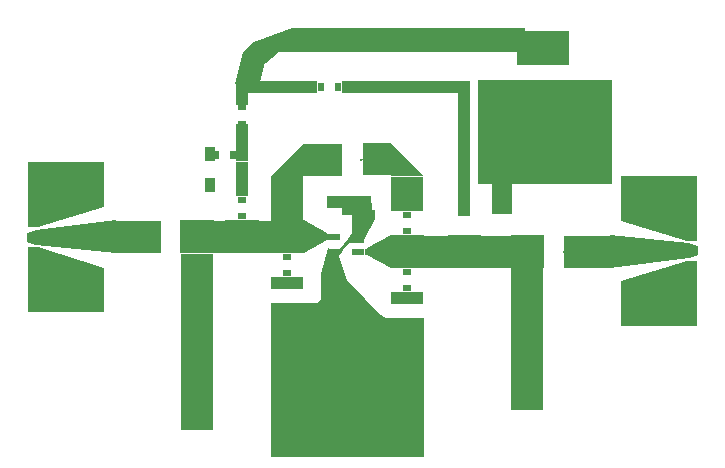
<source format=gbr>
G04 ===== Begin FILE IDENTIFICATION =====*
G04 File Format:  Gerber RS274X*
G04 ===== End FILE IDENTIFICATION =====*
%FSDAX66Y66*%
%MOIN*%
%SFA1.0000B1.0000*%
%OFA0.0B0.0*%
%ADD14C,0.001969*%
%ADD15R,0.039370X0.078740*%
%ADD16R,0.098425X0.039370*%
%ADD17R,0.078740X0.039370*%
%ADD18R,0.151181X0.042520*%
%ADD19R,0.035433X0.047244*%
%ADD20R,0.031496X0.051181*%
%ADD21R,0.039000X0.024000*%
%ADD22R,0.039000X0.035000*%
%ADD23R,0.011644X0.024214*%
%ADD24R,0.039370X0.098425*%
%ADD25R,0.010919X0.023744*%
%ADD26R,0.173228X0.114173*%
%ADD27R,0.448819X0.346457*%
%ADD28R,0.066929X0.110236*%
%ADD29R,0.110906X0.145669*%
%ADD30R,0.027559X0.023622*%
%ADD31R,0.015748X0.007874*%
%ADD32C,0.013780*%
%ADD33R,0.039370X0.118110*%
%ADD34R,0.196850X0.039370*%
%ADD35R,0.023622X0.027559*%
%ADD36R,0.039370X0.374016*%
%ADD37R,0.110906X0.472441*%
%ADD38R,0.110906X0.118110*%
%ADD39R,0.094488X0.110906*%
%ADD40R,0.007874X0.015748*%
%ADD41R,0.157480X0.110906*%
%ADD42R,0.098425X0.110906*%
%ADD43R,0.078740X0.110906*%
%ADD44R,0.039370X0.110906*%
%ADD45R,0.110906X0.039370*%
%ADD46C,0.039370*%
%ADD47R,0.354331X0.039370*%
%ADD48R,0.127165X0.110906*%
%ADD49R,0.110906X0.590551*%
%ADD50C,0.078740*%
%LNcond*%
%IPPOS*%
%LPD*%
G75*
G36*
G01X000000568504Y-000000430315D02*
G01X000000543431Y-000000514881D01*
G01X000000543048Y-000000600631D01*
G01X000000531076Y-000000613401D01*
G01X000000378637Y-000000614199D01*
G01X000000377502Y-000001125986D01*
G01X000000888033D01*
G01Y-000000663482D01*
G01X000000759337D01*
G01X000000743375Y-000000651511D01*
G01X000000691497Y-000000598635D01*
G01X000000631240Y-000000536303D01*
G01X000000600712Y-000000448989D01*
G01X000000568504Y-000000430315D01*
G37*
D14*
G01X000000676437Y-000000135003D02*
G01Y-000000135098D01*
G01X000000673287D01*
G01Y-000000135003D01*
D15*
X000001019685Y000000086614D03*
D16*
X000000663051Y-000000298878D03*
D17*
X000001000000Y000000106299D03*
D18*
X000000636673Y-000000277618D03*
G36*
G01X000000648433Y-000000403303D02*
G01X000000647397Y-000000304027D01*
G01X000000723982D01*
G01Y-000000332376D01*
G01X000000687035Y-000000403240D01*
G01X000000648441Y-000000403378D01*
G01X000000648370Y-000000401035D01*
G01X000000648433Y-000000403303D01*
G37*
G36*
G01X000000605945Y-000000454306D02*
G01X000000624823Y-000000425331D01*
G01X000000636614Y-000000413780D01*
G01X000000649213D01*
G01X000000657117Y-000000379578D01*
G01X000000648589D01*
G01X000000634646Y-000000401181D01*
G01X000000621654Y-000000414961D01*
G01X000000606299Y-000000430709D01*
G01X000000605742Y-000000454306D01*
G01X000000605945D01*
G37*
D15*
X000000279528Y000000086614D03*
D14*
G01X000000676437Y-000000134311D02*
G01X000000673287D01*
G01Y-000000135003D01*
D19*
X000000175197Y-000000118110D03*
Y-000000220472D03*
D20*
X000001125984Y-000000285433D03*
D14*
G01X000000672983Y-000000135003D02*
G01Y-000000134184D01*
G01X000000673376D01*
G01Y-000000134219D01*
G01X000000673363D01*
G01Y-000000134292D01*
G01X000000672970D01*
G01Y-000000135003D01*
G01X000000672983D01*
D21*
X000000667676Y-000000442639D03*
X000000587336Y-000000391863D03*
D22*
X000000668172Y-000000396588D03*
D23*
X000000564456Y-000000391830D03*
D14*
G01X000000672983Y-000000135003D02*
G01X000000673287D01*
D21*
X000000587361Y-000000442426D03*
D14*
G01X000000676529Y-000000135003D02*
G01X000000676437D01*
D24*
X000000279193Y-000000065295D03*
D25*
X000000692446Y-000000442297D03*
D14*
G01X000000676437Y-000000135003D02*
G01Y-000000134311D01*
G01X000000681883Y-000000134334D02*
G01Y-000000134311D01*
G01X000000676437D01*
D26*
X000001283465Y000000238189D03*
G36*
G01X000001224409Y000000303150D02*
G01X000000448239D01*
G01X000000319711Y000000255906D01*
G01X000000285526Y000000226848D01*
G01X000000336522Y000000166853D01*
G01X000000404235Y000000224409D01*
G01X000001224409D01*
G01Y000000303150D01*
G37*
G36*
G01X000000284591Y000000221950D02*
G01X000000258482Y000000115175D01*
G01X000000334969Y000000096472D01*
G01X000000361078Y000000203247D01*
G01X000000284591Y000000221950D01*
G37*
D27*
X000001291339Y-000000043307D03*
D28*
X000001147638Y-000000263780D03*
G36*
G01X000001798375Y-000000472660D02*
G01X000001763375D01*
G01X000001543375Y-000000540659D01*
G01Y-000000689659D01*
G01X000001798375D01*
G01Y-000000472660D01*
G37*
G36*
G01X000001798375Y-000000406660D02*
G01X000001763375D01*
G01X000001543375Y-000000338660D01*
G01Y-000000189660D01*
G01X000001798375D01*
G01Y-000000406660D01*
G37*
G36*
G01X000001507874Y-000000386614D02*
G01X000001770275Y-000000414673D01*
G01Y-000000464673D01*
G01X000001507874Y-000000497638D01*
G01Y-000000386614D01*
G37*
G36*
G01X000001800275Y-000000424673D02*
G01Y-000000454673D01*
G01X000001770275Y-000000464673D01*
G01Y-000000414673D01*
G01X000001800275Y-000000424673D01*
G37*
G36*
G01X-000000140551Y-000000447244D02*
G01X-000000405284Y-000000419051D01*
G01Y-000000369051D01*
G01X-000000140324Y-000000334981D01*
G01X-000000140551Y-000000447244D01*
G37*
G36*
G01X-000000433384Y-000000361064D02*
G01X-000000398384D01*
G01X-000000178384Y-000000293064D01*
G01Y-000000144064D01*
G01X-000000433384D01*
G01Y-000000361064D01*
G37*
G36*
G01X-000000435284Y-000000409051D02*
G01Y-000000379051D01*
G01X-000000405284Y-000000369051D01*
G01Y-000000419051D01*
G01X-000000435284Y-000000409051D01*
G37*
G36*
G01X-000000433384Y-000000427064D02*
G01X-000000398384D01*
G01X-000000178384Y-000000495064D01*
G01Y-000000644064D01*
G01X-000000433384D01*
G01Y-000000427064D01*
G37*
G36*
G01X000000486372Y-000000190456D02*
G01Y-000000079551D01*
G01X000000375466Y-000000190456D01*
G01X000000486372D01*
G37*
D29*
X000000430919Y-000000263291D03*
G36*
G01X000000336096Y-000000447031D02*
G01Y-000000336125D01*
G01X000000225190D01*
G01Y-000000447031D01*
G01X000000336096D01*
G37*
G36*
G01X000000486372Y-000000336125D02*
G01Y-000000447031D01*
G01X000000565112Y-000000403389D01*
G01Y-000000379767D01*
G01X000000486372Y-000000336125D01*
G37*
G36*
G01X000000375466Y-000000336125D02*
G01Y-000000447031D01*
G01X000000486372D01*
G01Y-000000336125D01*
G01X000000375466D01*
G37*
D30*
X000000430919Y-000000458842D03*
Y-000000513960D03*
D31*
Y-000000632070D03*
D32*
Y-000000628133D03*
D30*
X000000280643Y-000000324314D03*
Y-000000269196D03*
D33*
Y-000000198330D03*
G36*
G01X000000300328Y-000000099905D02*
G01X000000260958D01*
G01Y-000000139275D01*
G01X000000300328D01*
G01Y-000000099905D01*
G37*
D30*
X000000280643Y000000038560D03*
Y-000000016558D03*
G36*
G01X000000296726Y000000086138D02*
G01X000000336096D01*
G01Y000000125509D01*
G01X000000296726D01*
G01Y000000086138D01*
G37*
D34*
X000000434521Y000000105824D03*
D35*
X000000544757D03*
X000000599875D03*
D36*
X000001021470Y-000000136637D03*
G36*
G01X000000776372Y-000000386637D02*
G01Y-000000497543D01*
G01X000000887277D01*
G01Y-000000386637D01*
G01X000000776372D01*
G37*
D30*
X000000831824Y-000000509354D03*
Y-000000564472D03*
D31*
Y-000000682582D03*
D32*
Y-000000678645D03*
D37*
X000001230801Y-000000733763D03*
G36*
G01X000001076923Y-000000497543D02*
G01Y-000000386637D01*
G01X000000966017D01*
G01Y-000000497543D01*
G01X000001076923D01*
G37*
D30*
X000000831824Y-000000374826D03*
Y-000000319708D03*
D38*
Y-000000248842D03*
G36*
G01X000000776372Y-000000189787D02*
G01X000000887277D01*
G01X000000776372Y-000000078881D01*
G01Y-000000189787D01*
G37*
D39*
X000000729127Y-000000134334D03*
G36*
G01X000000776372Y-000000497543D02*
G01Y-000000386637D01*
G01X000000697631Y-000000430279D01*
G01Y-000000453901D01*
G01X000000776372Y-000000497543D01*
G37*
D35*
X000000194029Y-000000119590D03*
X000000249147D03*
D40*
X000000677165Y-000000389764D03*
D32*
X000000673228D03*
G36*
G01X000001175348Y-000000386637D02*
G01Y-000000497543D01*
G01X000001286253D01*
G01Y-000000386637D01*
G01X000001175348D01*
G37*
D14*
G01X000001349246Y-000000444058D02*
G01X000001351214D01*
G01Y-000000440121D01*
G01X000001349246D01*
G01Y-000000444058D01*

G01X000001351214Y-000000440121D01*
G01X000001349246D02*
G01X000001351214Y-000000444058D01*
D41*
X000001429954Y-000000442090D03*
D42*
X000001126135D03*
D31*
X000000575683Y-000000260480D03*
X000000645669Y-000000744094D03*
D32*
Y-000000740157D03*
D31*
X000000641732Y-000000933071D03*
D32*
Y-000000929134D03*
D43*
X000000926647Y-000000442090D03*
D44*
X000000355781Y-000000391578D03*
D45*
X000000430919Y-000000545456D03*
X000000831824Y-000000595968D03*
D31*
X000001240157Y000000198425D03*
D46*
Y000000202362D03*
D47*
X000000788852Y000000105824D03*
D48*
X000000549954Y-000000135003D03*
D44*
X000000205505Y-000000391578D03*
G36*
G01X000000074915Y-000000336125D02*
G01Y-000000447031D01*
G01X000000185820D01*
G01Y-000000336125D01*
G01X000000074915D01*
G37*
D41*
X-000000066817Y-000000391578D03*
D49*
X000000130368Y-000000742306D03*
D31*
X000001240157Y-000000001575D03*
D46*
Y000000002362D03*
D31*
Y000000098425D03*
D46*
Y000000102362D03*
D31*
X000001340157Y-000000001575D03*
D46*
Y000000002362D03*
D31*
Y000000098425D03*
D46*
Y000000102362D03*
D31*
Y000000198425D03*
D46*
Y000000202362D03*
D40*
X000001129921Y-000000271654D03*
D32*
X000001125984D03*
D40*
X000001129921Y-000000299213D03*
D32*
X000001125984D03*
D40*
X000000177165Y-000000208661D03*
D32*
X000000173228D03*
D40*
X000000177165Y-000000232283D03*
D32*
X000000173228D03*
D40*
Y-000000129921D03*
D32*
X000000169291D03*
D40*
X000000173228Y-000000106299D03*
D32*
X000000169291D03*
D40*
X000000661417Y-000000366142D03*
D32*
X000000657480D03*
D40*
X000000696850D03*
D32*
X000000692913D03*
D40*
X000000586850Y-000000276106D03*
D32*
X000000582913D03*
D40*
X000000696850Y-000000275591D03*
D32*
X000000692913D03*
D40*
X000000645669D03*
D32*
X000000641732D03*
D40*
X000000696850Y-000000318898D03*
D32*
X000000692913D03*
D40*
X000000666988Y-000000318563D03*
D32*
X000000663051D03*
D31*
X000000583253Y-000000439458D03*
D32*
Y-000000443395D03*
D31*
X000000566929Y-000000464567D03*
D32*
Y-000000460630D03*
D31*
X000000598425Y-000000476378D03*
D32*
Y-000000472441D03*
D31*
X000000417323Y-000000653543D03*
D32*
Y-000000649606D03*
D31*
X000000440945Y-000000653543D03*
D32*
Y-000000649606D03*
D31*
X000000818898Y-000000700787D03*
D32*
Y-000000696850D03*
D31*
X000000846457Y-000000700787D03*
D32*
Y-000000696850D03*
D40*
X000001476378Y-000000185039D03*
D32*
X000001472441D03*
D40*
X000001476378Y-000000023622D03*
D32*
X000001472441D03*
D31*
X000000401575Y-000000732283D03*
D32*
Y-000000728346D03*
D31*
X000000405512Y-000000866142D03*
D32*
Y-000000862205D03*
D31*
Y-000000996063D03*
D32*
Y-000000992126D03*
D31*
X000000866142Y-000000732283D03*
D32*
Y-000000728346D03*
D31*
Y-000000870079D03*
D32*
Y-000000866142D03*
D31*
Y-000000996063D03*
D32*
Y-000000992126D03*
D31*
Y-000001102362D03*
D32*
Y-000001098425D03*
D31*
X000000732283Y-000001102362D03*
D32*
Y-000001098425D03*
D31*
X000000543307Y-000001102362D03*
D32*
Y-000001098425D03*
D31*
X000000405512Y-000001102362D03*
D32*
Y-000001098425D03*
D31*
X000000740157Y-000000677165D03*
D32*
Y-000000673228D03*
D31*
X000000661417Y-000000606299D03*
D32*
Y-000000602362D03*
D31*
X000000527559Y-000000633858D03*
D32*
Y-000000629921D03*
D31*
X000000562992Y-000000531496D03*
D32*
Y-000000527559D03*
D40*
X000001476378Y000000098425D03*
D32*
X000001472441D03*
D40*
X000001098425D03*
D32*
X000001094488D03*
D40*
X000001098425Y-000000027559D03*
D32*
X000001094488D03*
D40*
Y-000000185039D03*
D32*
X000001090551D03*
D40*
X000001295276Y-000000181102D03*
D32*
X000001291339D03*
D40*
X000001566929Y-000000236220D03*
D32*
X000001562992D03*
D40*
X000001566929Y-000000279528D03*
D32*
X000001562992D03*
D40*
X000001572782Y-000000319846D03*
D32*
X000001568845D03*
D40*
X000001616026Y-000000342230D03*
D32*
X000001612089D03*
D40*
X000001653543Y-000000350394D03*
D32*
X000001649606D03*
D40*
X000001702026Y-000000368229D03*
D32*
X000001698089D03*
D40*
X000001734795Y-000000381222D03*
D32*
X000001730858D03*
D40*
X000001783465Y-000000385827D03*
D32*
X000001779528D03*
D40*
X000001692913Y-000000251969D03*
D50*
X000001688976D03*
D40*
X000001783465Y-000000492126D03*
D32*
X000001779528D03*
D40*
X000001740157Y-000000500000D03*
D32*
X000001736220D03*
D40*
X000001693642Y-000000519473D03*
D32*
X000001689705D03*
D40*
X000001656231Y-000000533302D03*
D32*
X000001652294D03*
D40*
X000001612092Y-000000546587D03*
D32*
X000001608155D03*
D40*
X000001566929Y-000000555118D03*
D32*
X000001562992D03*
D40*
X000001566650Y-000000594242D03*
D32*
X000001562713D03*
D40*
X000001573653Y-000000648684D03*
D32*
X000001569716D03*
D40*
X000001692913Y-000000625984D03*
D50*
X000001688976D03*
D40*
X-000000327922Y-000000207739D03*
D50*
X-000000323985D03*
D40*
X-000000327922Y-000000581755D03*
D50*
X-000000323985D03*
D40*
X-000000208661Y-000000185039D03*
D32*
X-000000204724D03*
D40*
X-000000201659Y-000000239481D03*
D32*
X-000000197722D03*
D40*
X-000000201938Y-000000278605D03*
D32*
X-000000198001D03*
D40*
X-000000247100Y-000000287136D03*
D32*
X-000000243163D03*
D40*
X-000000291240Y-000000300421D03*
D32*
X-000000287303D03*
D40*
X-000000328651Y-000000314250D03*
D32*
X-000000324714D03*
D40*
X-000000418473Y-000000447897D03*
D32*
X-000000414536D03*
D40*
X-000000369804Y-000000452501D03*
D32*
X-000000365867D03*
D40*
X-000000337034Y-000000465494D03*
D32*
X-000000333097D03*
D40*
X-000000288552Y-000000483330D03*
D32*
X-000000284615D03*
D40*
X-000000201938Y-000000597503D03*
D32*
X-000000198001D03*
D40*
X-000000201938Y-000000554196D03*
D32*
X-000000198001D03*
D40*
X-000000207791Y-000000513877D03*
D32*
X-000000203854D03*
D40*
X-000000251034Y-000000491494D03*
D32*
X-000000247097D03*
D40*
X-000000375166Y-000000333723D03*
D32*
X-000000371229D03*
D40*
X-000000418473Y-000000341597D03*
D32*
X-000000414536D03*
M02*


</source>
